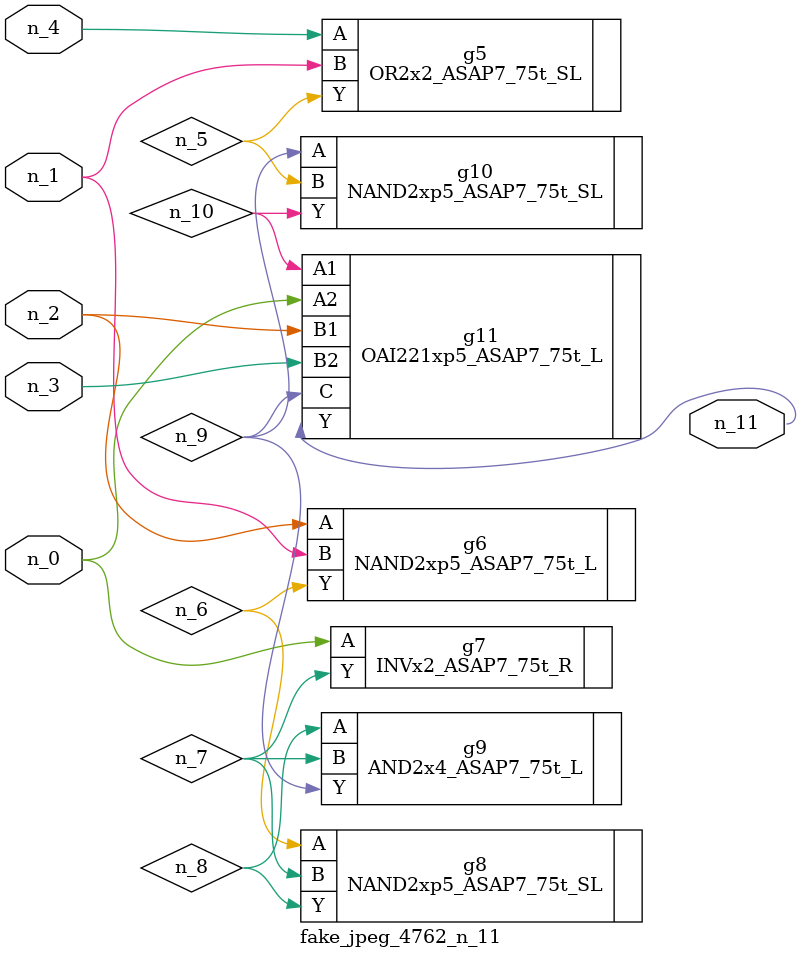
<source format=v>
module fake_jpeg_4762_n_11 (n_3, n_2, n_1, n_0, n_4, n_11);

input n_3;
input n_2;
input n_1;
input n_0;
input n_4;

output n_11;

wire n_10;
wire n_8;
wire n_9;
wire n_6;
wire n_5;
wire n_7;

OR2x2_ASAP7_75t_SL g5 ( 
.A(n_4),
.B(n_1),
.Y(n_5)
);

NAND2xp5_ASAP7_75t_L g6 ( 
.A(n_2),
.B(n_1),
.Y(n_6)
);

INVx2_ASAP7_75t_R g7 ( 
.A(n_0),
.Y(n_7)
);

NAND2xp5_ASAP7_75t_SL g8 ( 
.A(n_6),
.B(n_7),
.Y(n_8)
);

AND2x4_ASAP7_75t_L g9 ( 
.A(n_8),
.B(n_7),
.Y(n_9)
);

NAND2xp5_ASAP7_75t_SL g10 ( 
.A(n_9),
.B(n_5),
.Y(n_10)
);

OAI221xp5_ASAP7_75t_L g11 ( 
.A1(n_10),
.A2(n_0),
.B1(n_2),
.B2(n_3),
.C(n_9),
.Y(n_11)
);


endmodule
</source>
